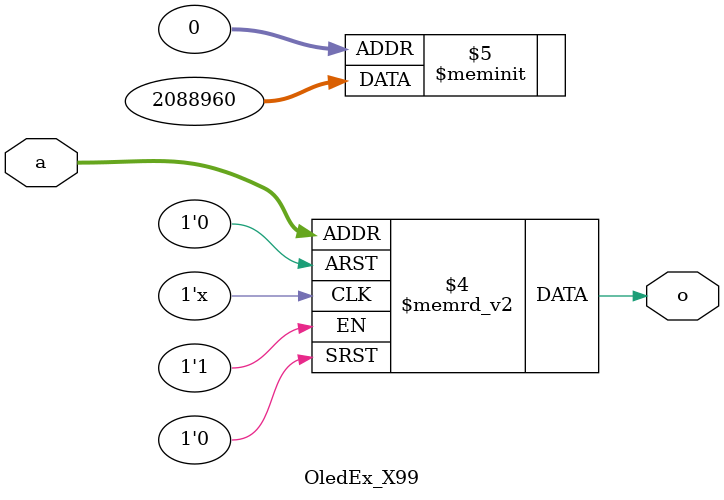
<source format=v>
module OledEx_X99(a,o);
	input[4:0]  a;
	output reg[0:0]  o;
	always @(a)
	begin
		case(a)
			5'b00000: o = 1'b0;
			5'b00001: o = 1'b0;
			5'b00010: o = 1'b0;
			5'b00011: o = 1'b0;
			5'b00100: o = 1'b0;
			5'b00101: o = 1'b0;
			5'b00110: o = 1'b0;
			5'b00111: o = 1'b0;
			5'b01000: o = 1'b0;
			5'b01001: o = 1'b0;
			5'b01010: o = 1'b0;
			5'b01011: o = 1'b0;
			5'b01100: o = 1'b0;
			5'b01101: o = 1'b1;
			5'b01110: o = 1'b1;
			5'b01111: o = 1'b1;
			5'b10000: o = 1'b1;
			5'b10001: o = 1'b1;
			5'b10010: o = 1'b1;
			5'b10011: o = 1'b1;
			5'b10100: o = 1'b1;
			5'b10101: o = 1'b0;
			5'b10110: o = 1'b0;
			5'b10111: o = 1'b0;
			5'b11000: o = 1'b0;
			5'b11001: o = 1'b0;
			5'b11010: o = 1'b0;
			5'b11011: o = 1'b0;
			5'b11100: o = 1'b0;
//			 default 0
//			 Parallel mux
			default:  o = 1'b0;
		endcase
	end
endmodule

</source>
